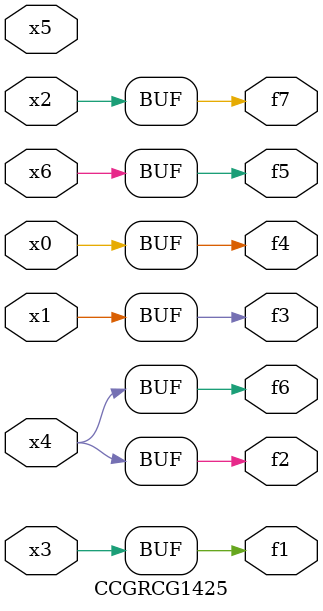
<source format=v>
module CCGRCG1425(
	input x0, x1, x2, x3, x4, x5, x6,
	output f1, f2, f3, f4, f5, f6, f7
);
	assign f1 = x3;
	assign f2 = x4;
	assign f3 = x1;
	assign f4 = x0;
	assign f5 = x6;
	assign f6 = x4;
	assign f7 = x2;
endmodule

</source>
